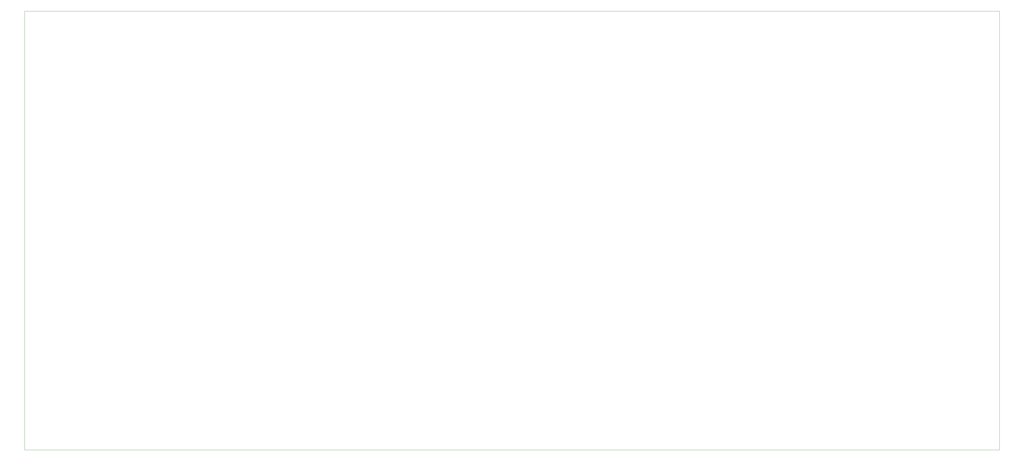
<source format=gm1>
G04 #@! TF.GenerationSoftware,KiCad,Pcbnew,7.0.1*
G04 #@! TF.CreationDate,2023-03-21T23:46:41-06:00*
G04 #@! TF.ProjectId,Arm_PCB,41726d5f-5043-4422-9e6b-696361645f70,rev?*
G04 #@! TF.SameCoordinates,Original*
G04 #@! TF.FileFunction,Profile,NP*
%FSLAX46Y46*%
G04 Gerber Fmt 4.6, Leading zero omitted, Abs format (unit mm)*
G04 Created by KiCad (PCBNEW 7.0.1) date 2023-03-21 23:46:41*
%MOMM*%
%LPD*%
G01*
G04 APERTURE LIST*
G04 #@! TA.AperFunction,Profile*
%ADD10C,0.100000*%
G04 #@! TD*
G04 APERTURE END LIST*
D10*
X44450000Y-43180000D02*
X377190000Y-43180000D01*
X377190000Y-193040000D01*
X44450000Y-193040000D01*
X44450000Y-43180000D01*
M02*

</source>
